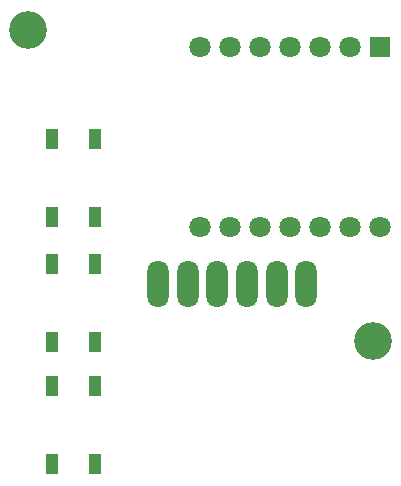
<source format=gbr>
%TF.GenerationSoftware,KiCad,Pcbnew,7.0.7*%
%TF.CreationDate,2023-08-27T21:45:09-04:00*%
%TF.ProjectId,PicoMemcard-qtpyrp2040,5069636f-4d65-46d6-9361-72642d717470,1.3.1*%
%TF.SameCoordinates,Original*%
%TF.FileFunction,Soldermask,Bot*%
%TF.FilePolarity,Negative*%
%FSLAX46Y46*%
G04 Gerber Fmt 4.6, Leading zero omitted, Abs format (unit mm)*
G04 Created by KiCad (PCBNEW 7.0.7) date 2023-08-27 21:45:09*
%MOMM*%
%LPD*%
G01*
G04 APERTURE LIST*
%ADD10C,1.800000*%
%ADD11R,1.800000X1.800000*%
%ADD12C,3.200000*%
%ADD13R,1.000000X1.700000*%
%ADD14O,1.800000X4.000000*%
G04 APERTURE END LIST*
D10*
%TO.C,U2*%
X164129000Y-92399200D03*
X161589000Y-92399200D03*
X159049000Y-92399200D03*
X156509000Y-92399200D03*
X153969000Y-92399200D03*
X151429000Y-92399200D03*
X148889000Y-92399200D03*
X148889000Y-77159200D03*
X151429000Y-77159200D03*
X153969000Y-77159200D03*
X156509000Y-77159200D03*
X159049000Y-77159200D03*
X161589000Y-77159200D03*
D11*
X164129000Y-77159200D03*
%TD*%
D12*
%TO.C,H2*%
X163530000Y-102070000D03*
%TD*%
%TO.C,H1*%
X134370000Y-75730000D03*
%TD*%
D13*
%TO.C,SW3*%
X140026000Y-112520000D03*
X140026000Y-105920000D03*
X136326000Y-112520000D03*
X136326000Y-105920000D03*
%TD*%
%TO.C,SW1*%
X140026000Y-91570000D03*
X140026000Y-84970000D03*
X136326000Y-91570000D03*
X136326000Y-84970000D03*
%TD*%
%TO.C,SW2*%
X140026000Y-102160000D03*
X140026000Y-95560000D03*
X136326000Y-102160000D03*
X136326000Y-95560000D03*
%TD*%
D14*
%TO.C,J2*%
X145372000Y-97248000D03*
X147872000Y-97248000D03*
X150372000Y-97248000D03*
X152872000Y-97248000D03*
X155372000Y-97248000D03*
X157872000Y-97248000D03*
%TD*%
M02*

</source>
